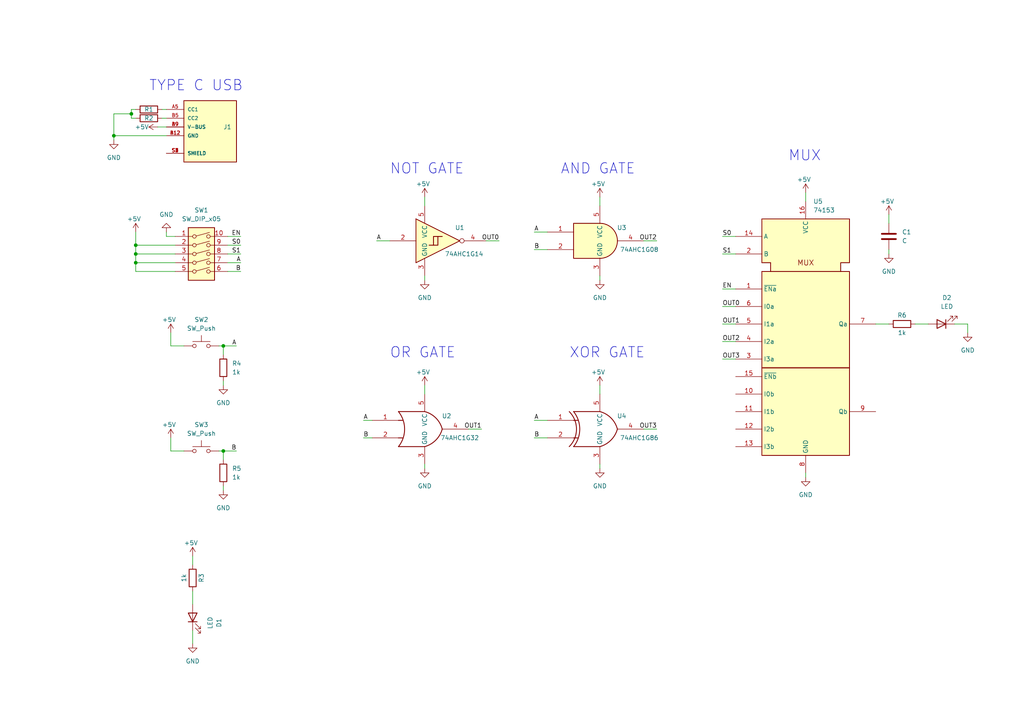
<source format=kicad_sch>
(kicad_sch (version 20230121) (generator eeschema)
  (paper "A4")
  (title_block (title "EE201 SMD Practice Board") (date "2024-01-06") (rev "1.0") (company "University of Washington") (comment 1 "Designer: Pranav S Murali"))
  (lib_symbols
    (symbol "74xGxx:74AHC1G08"
      (property "Reference" "U" (at -2.54 3.81 0))
      (property "Value" "74AHC1G08" (at 0 -3.81 0))
      (symbol "74AHC1G08_0_1"
        (arc (start 0 -5.08) (mid 5.0579 0) (end 0 5.08) (stroke (width 0.254)) (fill (type background)))
        (polyline (pts (xy 0 -5.08) (xy -7.62 -5.08) (xy -7.62 5.08) (xy 0 5.08)) (stroke (width 0.254)) (fill (type background)))
      )
      (symbol "74AHC1G08_1_1"
        (pin input line (at -15.24 2.54 0) (length 7.62) (name "~") (number "1"))
        (pin input line (at -15.24 -2.54 0) (length 7.62) (name "~") (number "2"))
        (pin power_in line (at 0 -10.16 90) (length 5.08) (name "GND") (number "3"))
        (pin output line (at 12.7 0 180) (length 7.62) (name "~") (number "4"))
        (pin power_in line (at 0 10.16 270) (length 5.08) (name "VCC") (number "5"))
      )
    )
    (symbol "74xGxx:74AHC1G14"
      (property "Reference" "U" (at -2.54 3.81 0))
      (property "Value" "74AHC1G14" (at 0 -3.81 0))
      (symbol "74AHC1G14_0_1"
        (polyline (pts (xy -2.54 -1.27) (xy -1.27 -1.27) (xy -1.27 1.27)) (stroke (width 0.254)) (fill (type background)))
        (polyline (pts (xy -7.62 6.35) (xy -7.62 -6.35) (xy 5.08 0) (xy -7.62 6.35)) (stroke (width 0.254)) (fill (type background)))
        (polyline (pts (xy -3.81 -1.27) (xy -2.54 -1.27) (xy -2.54 1.27) (xy 0 1.27)) (stroke (width 0.254)) (fill (type background)))
      )
      (symbol "74AHC1G14_1_1"
        (pin input line (at -15.24 0 0) (length 7.62) (name "~") (number "2"))
        (pin power_in line (at -5.08 -10.16 90) (length 5.08) (name "GND") (number "3"))
        (pin output inverted (at 12.7 0 180) (length 7.62) (name "~") (number "4"))
        (pin power_in line (at -5.08 10.16 270) (length 5.08) (name "VCC") (number "5"))
      )
    )
    (symbol "74xGxx:74AHC1G32"
      (property "Reference" "U" (at -2.54 3.81 0))
      (property "Value" "74AHC1G32" (at 0 -3.81 0))
      (symbol "74AHC1G32_0_1"
        (arc (start -7.62 -5.08) (mid -5.838 0) (end -7.62 5.08) (stroke (width 0.254)))
        (arc (start 0 -5.08) (mid 3.1986 -3.2054) (end 5.08 0) (stroke (width 0.254)))
        (polyline (pts (xy -7.62 -2.54) (xy -6.35 -2.54)) (stroke (width 0.254)) (fill (type background)))
        (polyline (pts (xy -7.62 2.54) (xy -6.35 2.54)) (stroke (width 0.254)) (fill (type background)))
        (polyline (pts (xy 0 -5.08) (xy -7.62 -5.08)) (stroke (width 0.254)) (fill (type background)))
        (polyline (pts (xy 0 5.08) (xy -7.62 5.08)) (stroke (width 0.254)) (fill (type background)))
        (arc (start 5.08 0) (mid 3.2238 3.2304) (end 0 5.08) (stroke (width 0.254)))
      )
      (symbol "74AHC1G32_1_1"
        (pin input line (at -15.24 2.54 0) (length 7.62) (name "~") (number "1"))
        (pin input line (at -15.24 -2.54 0) (length 7.62) (name "~") (number "2"))
        (pin power_in line (at 0 -10.16 90) (length 5.08) (name "GND") (number "3"))
        (pin output line (at 12.7 0 180) (length 7.62) (name "~") (number "4"))
        (pin power_in line (at 0 10.16 270) (length 5.08) (name "VCC") (number "5"))
      )
    )
    (symbol "74xGxx:74AHC1G86"
      (property "Reference" "U" (at -2.54 3.81 0))
      (property "Value" "74AHC1G86" (at 0 -3.81 0))
      (symbol "74AHC1G86_0_1"
        (arc (start -8.89 -5.08) (mid -6.7858 0) (end -8.89 5.08) (stroke (width 0.254)))
        (arc (start -7.62 -5.08) (mid -5.838 0) (end -7.62 5.08) (stroke (width 0.254)))
        (arc (start 0 -5.08) (mid 3.1986 -3.2054) (end 5.08 0) (stroke (width 0.254)))
        (polyline (pts (xy -7.62 -2.54) (xy -6.35 -2.54)) (stroke (width 0.254)) (fill (type background)))
        (polyline (pts (xy -7.62 2.54) (xy -6.35 2.54)) (stroke (width 0.254)) (fill (type background)))
        (polyline (pts (xy 0 -5.08) (xy -7.62 -5.08)) (stroke (width 0.254)) (fill (type background)))
        (polyline (pts (xy 0 5.08) (xy -7.62 5.08)) (stroke (width 0.254)) (fill (type background)))
        (arc (start 5.08 0) (mid 3.2238 3.2304) (end 0 5.08) (stroke (width 0.254)))
      )
      (symbol "74AHC1G86_1_1"
        (pin input line (at -15.24 2.54 0) (length 7.62) (name "~") (number "1"))
        (pin input line (at -15.24 -2.54 0) (length 7.62) (name "~") (number "2"))
        (pin power_in line (at 0 -10.16 90) (length 5.08) (name "GND") (number "3"))
        (pin output line (at 12.7 0 180) (length 7.62) (name "~") (number "4"))
        (pin power_in line (at 0 10.16 270) (length 5.08) (name "VCC") (number "5"))
      )
    )
    (symbol "74xx_IEEE:74153"
      (property "Reference" "U" (at 15.24 40.64 0))
      (property "Value" "74153" (at 7.62 -33.02 0))
      (symbol "74153_0_0"
        (rectangle (start -12.7 -5.08) (end 12.7 -30.48) (stroke (width 0.254)) (fill (type background)))
        (rectangle (start -12.7 22.86) (end 12.7 -5.08) (stroke (width 0.254)) (fill (type background)))
        (polyline (pts (xy -10.16 22.86) (xy -10.16 25.4) (xy -12.7 25.4) (xy -12.7 38.1) (xy 12.7 38.1) (xy 12.7 25.4) (xy 10.16 25.4) (xy 10.16 22.86) (xy 10.16 22.86)) (stroke (width 0.254)) (fill (type background)))
        (text "MUX" (at 0 25.4 0) (effects (font (size 1.524 1.524))))
        (pin power_in line (at 0 43.18 270) (length 5.08) (name "VCC") (number "16"))
        (pin power_in line (at 0 -35.56 90) (length 5.08) (name "GND") (number "8"))
      )
      (symbol "74153_1_1"
        (pin input line (at -20.32 17.78 0) (length 7.62) (name "~{ENa}") (number "1"))
        (pin input line (at -20.32 -12.7 0) (length 7.62) (name "I0b") (number "10"))
        (pin input line (at -20.32 -17.78 0) (length 7.62) (name "I1b") (number "11"))
        (pin input line (at -20.32 -22.86 0) (length 7.62) (name "I2b") (number "12"))
        (pin input line (at -20.32 -27.94 0) (length 7.62) (name "I3b") (number "13"))
        (pin input line (at -20.32 33.02 0) (length 7.62) (name "A") (number "14"))
        (pin input line (at -20.32 -7.62 0) (length 7.62) (name "~{ENb}") (number "15"))
        (pin input line (at -20.32 27.94 0) (length 7.62) (name "B") (number "2"))
        (pin input line (at -20.32 -2.54 0) (length 7.62) (name "I3a") (number "3"))
        (pin input line (at -20.32 2.54 0) (length 7.62) (name "I2a") (number "4"))
        (pin input line (at -20.32 7.62 0) (length 7.62) (name "I1a") (number "5"))
        (pin input line (at -20.32 12.7 0) (length 7.62) (name "I0a") (number "6"))
        (pin output line (at 20.32 7.62 180) (length 7.62) (name "Qa") (number "7"))
        (pin output line (at 20.32 -17.78 180) (length 7.62) (name "Qb") (number "9"))
      )
    )
    (symbol "Device:C" (pin_numbers hide) (pin_names (offset 0.254))
      (property "Reference" "C" (at 0.635 2.54 0))
      (property "Value" "C" (at 0.635 -2.54 0))
      (symbol "C_0_1"
        (polyline (pts (xy -2.032 -0.762) (xy 2.032 -0.762)) (stroke (width 0.508)))
        (polyline (pts (xy -2.032 0.762) (xy 2.032 0.762)) (stroke (width 0.508)))
      )
      (symbol "C_1_1"
        (pin passive line (at 0 3.81 270) (length 2.794) (name "~") (number "1"))
        (pin passive line (at 0 -3.81 90) (length 2.794) (name "~") (number "2"))
      )
    )
    (symbol "Device:LED" (pin_numbers hide) (pin_names (offset 1.016) hide)
      (property "Reference" "D" (at 0 2.54 0))
      (property "Value" "LED" (at 0 -2.54 0))
      (symbol "LED_0_1"
        (polyline (pts (xy -1.27 -1.27) (xy -1.27 1.27)) (stroke (width 0.254)))
        (polyline (pts (xy -1.27 0) (xy 1.27 0)))
        (polyline (pts (xy 1.27 -1.27) (xy 1.27 1.27) (xy -1.27 0) (xy 1.27 -1.27)) (stroke (width 0.254)))
        (polyline (pts (xy -3.048 -0.762) (xy -4.572 -2.286) (xy -3.81 -2.286) (xy -4.572 -2.286) (xy -4.572 -1.524)))
        (polyline (pts (xy -1.778 -0.762) (xy -3.302 -2.286) (xy -2.54 -2.286) (xy -3.302 -2.286) (xy -3.302 -1.524)))
      )
      (symbol "LED_1_1"
        (pin passive line (at -3.81 0 0) (length 2.54) (name "K") (number "1"))
        (pin passive line (at 3.81 0 180) (length 2.54) (name "A") (number "2"))
      )
    )
    (symbol "Device:R" (pin_numbers hide) (pin_names (offset 0))
      (property "Reference" "R" (at 2.032 0 90))
      (property "Value" "R" (at 0 0 90))
      (symbol "R_0_1"
        (rectangle (start -1.016 -2.54) (end 1.016 2.54) (stroke (width 0.254)))
      )
      (symbol "R_1_1"
        (pin passive line (at 0 3.81 270) (length 1.27) (name "~") (number "1"))
        (pin passive line (at 0 -3.81 90) (length 1.27) (name "~") (number "2"))
      )
    )
    (symbol "Switch:SW_DIP_x05" (pin_names (offset 0) hide)
      (property "Reference" "SW" (at 0 8.89 0))
      (property "Value" "SW_DIP_x05" (at 0 -8.89 0))
      (symbol "SW_DIP_x05_0_0"
        (circle (center -2.032 -5.08) (radius 0.508))
        (circle (center -2.032 -2.54) (radius 0.508))
        (circle (center -2.032 0) (radius 0.508))
        (circle (center -2.032 2.54) (radius 0.508))
        (circle (center -2.032 5.08) (radius 0.508))
        (polyline (pts (xy -1.524 -4.9276) (xy 2.3622 -3.8862)))
        (polyline (pts (xy -1.524 -2.3876) (xy 2.3622 -1.3462)))
        (polyline (pts (xy -1.524 0.127) (xy 2.3622 1.1684)))
        (polyline (pts (xy -1.524 2.667) (xy 2.3622 3.7084)))
        (polyline (pts (xy -1.524 5.207) (xy 2.3622 6.2484)))
        (circle (center 2.032 -5.08) (radius 0.508))
        (circle (center 2.032 -2.54) (radius 0.508))
        (circle (center 2.032 0) (radius 0.508))
        (circle (center 2.032 2.54) (radius 0.508))
        (circle (center 2.032 5.08) (radius 0.508))
      )
      (symbol "SW_DIP_x05_0_1"
        (rectangle (start -3.81 7.62) (end 3.81 -7.62) (stroke (width 0.254)) (fill (type background)))
      )
      (symbol "SW_DIP_x05_1_1"
        (pin passive line (at -7.62 5.08 0) (length 5.08) (name "~") (number "1"))
        (pin passive line (at 7.62 5.08 180) (length 5.08) (name "~") (number "10"))
        (pin passive line (at -7.62 2.54 0) (length 5.08) (name "~") (number "2"))
        (pin passive line (at -7.62 0 0) (length 5.08) (name "~") (number "3"))
        (pin passive line (at -7.62 -2.54 0) (length 5.08) (name "~") (number "4"))
        (pin passive line (at -7.62 -5.08 0) (length 5.08) (name "~") (number "5"))
        (pin passive line (at 7.62 -5.08 180) (length 5.08) (name "~") (number "6"))
        (pin passive line (at 7.62 -2.54 180) (length 5.08) (name "~") (number "7"))
        (pin passive line (at 7.62 0 180) (length 5.08) (name "~") (number "8"))
        (pin passive line (at 7.62 2.54 180) (length 5.08) (name "~") (number "9"))
      )
    )
    (symbol "Switch:SW_Push" (pin_numbers hide) (pin_names (offset 1.016) hide)
      (property "Reference" "SW" (at 1.27 2.54 0))
      (property "Value" "SW_Push" (at 0 -1.524 0))
      (symbol "SW_Push_0_1"
        (circle (center -2.032 0) (radius 0.508))
        (polyline (pts (xy 0 1.27) (xy 0 3.048)))
        (polyline (pts (xy 2.54 1.27) (xy -2.54 1.27)))
        (circle (center 2.032 0) (radius 0.508))
        (pin passive line (at -5.08 0 0) (length 2.54) (name "1") (number "1"))
        (pin passive line (at 5.08 0 180) (length 2.54) (name "2") (number "2"))
      )
    )
    (symbol "UJC-HP-3-SMT-TR:UJC-HP-3-SMT-TR" (pin_names (offset 1.016))
      (property "Reference" "J" (at -7.62 8.89 0))
      (property "Value" "UJC-HP-3-SMT-TR" (at -7.62 -11.43 0))
      (symbol "UJC-HP-3-SMT-TR_0_0"
        (rectangle (start -7.62 -10.16) (end 7.62 7.62) (stroke (width 0.254)) (fill (type background)))
        (pin power_in line (at -12.7 -2.54 0) (length 5.08) (name "GND") (number "A12"))
        (pin bidirectional line (at -12.7 5.08 0) (length 5.08) (name "CC1") (number "A5"))
        (pin power_in line (at -12.7 0 0) (length 5.08) (name "V-BUS") (number "A9"))
        (pin power_in line (at -12.7 -2.54 0) (length 5.08) (name "GND") (number "B12"))
        (pin bidirectional line (at -12.7 2.54 0) (length 5.08) (name "CC2") (number "B5"))
        (pin power_in line (at -12.7 0 0) (length 5.08) (name "V-BUS") (number "B9"))
        (pin passive line (at -12.7 -7.62 0) (length 5.08) (name "SHIELD") (number "S1"))
        (pin passive line (at -12.7 -7.62 0) (length 5.08) (name "SHIELD") (number "S2"))
        (pin passive line (at -12.7 -7.62 0) (length 5.08) (name "SHIELD") (number "S3"))
        (pin passive line (at -12.7 -7.62 0) (length 5.08) (name "SHIELD") (number "S4"))
      )
    )
    (symbol "power:+5V" (power) (pin_names (offset 0))
      (property "Value" "+5V" (at 0 3.556 0))
      (symbol "+5V_0_1"
        (polyline (pts (xy -0.762 1.27) (xy 0 2.54)))
        (polyline (pts (xy 0 0) (xy 0 2.54)))
        (polyline (pts (xy 0 2.54) (xy 0.762 1.27)))
      )
      (symbol "+5V_1_1"
        (pin power_in line (at 0 0 90) (length 0) hide (name "+5V") (number "1"))
      )
    )
    (symbol "power:GND" (power) (pin_names (offset 0))
      (property "Value" "GND" (at 0 -3.81 0))
      (symbol "GND_0_1"
        (polyline (pts (xy 0 0) (xy 0 -1.27) (xy 1.27 -1.27) (xy 0 -2.54) (xy -1.27 -1.27) (xy 0 -1.27)))
      )
      (symbol "GND_1_1"
        (pin power_in line (at 0 0 270) (length 0) hide (name "GND") (number "1"))
      )
    )
  )
  (junction (at 39.37 73.66))
  (junction (at 39.37 76.2))
  (junction (at 64.77 100.33))
  (junction (at 33.02 39.37))
  (junction (at 64.77 130.81))
  (junction (at 38.1 33.02))
  (junction (at 39.37 71.12))
  (wire (pts (xy 280.67 93.98) (xy 276.86 93.98)))
  (wire (pts (xy 48.26 67.31) (xy 48.26 68.58)))
  (wire (pts (xy 139.7 124.46) (xy 135.89 124.46)))
  (wire (pts (xy 233.68 137.16) (xy 233.68 138.43)))
  (wire (pts (xy 63.5 100.33) (xy 64.77 100.33)))
  (wire (pts (xy 209.55 93.98) (xy 213.36 93.98)))
  (wire (pts (xy 64.77 100.33) (xy 64.77 102.87)))
  (wire (pts (xy 39.37 71.12) (xy 39.37 73.66)))
  (wire (pts (xy 33.02 39.37) (xy 48.26 39.37)))
  (wire (pts (xy 39.37 76.2) (xy 50.8 76.2)))
  (wire (pts (xy 64.77 110.49) (xy 64.77 111.76)))
  (wire (pts (xy 173.99 57.15) (xy 173.99 59.69)))
  (wire (pts (xy 123.19 57.15) (xy 123.19 59.69)))
  (wire (pts (xy 154.94 127) (xy 158.75 127)))
  (wire (pts (xy 55.88 171.45) (xy 55.88 175.26)))
  (wire (pts (xy 63.5 130.81) (xy 64.77 130.81)))
  (wire (pts (xy 154.94 67.31) (xy 158.75 67.31)))
  (wire (pts (xy 105.41 127) (xy 107.95 127)))
  (wire (pts (xy 123.19 111.76) (xy 123.19 114.3)))
  (wire (pts (xy 68.58 100.33) (xy 64.77 100.33)))
  (wire (pts (xy 33.02 39.37) (xy 33.02 40.64)))
  (wire (pts (xy 39.37 71.12) (xy 50.8 71.12)))
  (wire (pts (xy 209.55 83.82) (xy 213.36 83.82)))
  (wire (pts (xy 39.37 67.31) (xy 39.37 71.12)))
  (wire (pts (xy 39.37 34.29) (xy 38.1 34.29)))
  (wire (pts (xy 209.55 73.66) (xy 213.36 73.66)))
  (wire (pts (xy 49.53 100.33) (xy 53.34 100.33)))
  (wire (pts (xy 55.88 186.69) (xy 55.88 182.88)))
  (wire (pts (xy 209.55 99.06) (xy 213.36 99.06)))
  (wire (pts (xy 49.53 130.81) (xy 53.34 130.81)))
  (wire (pts (xy 69.85 71.12) (xy 66.04 71.12)))
  (wire (pts (xy 64.77 130.81) (xy 64.77 133.35)))
  (wire (pts (xy 144.78 69.85) (xy 140.97 69.85)))
  (wire (pts (xy 69.85 76.2) (xy 66.04 76.2)))
  (wire (pts (xy 49.53 96.52) (xy 49.53 100.33)))
  (wire (pts (xy 39.37 73.66) (xy 50.8 73.66)))
  (wire (pts (xy 46.99 31.75) (xy 48.26 31.75)))
  (wire (pts (xy 190.5 124.46) (xy 186.69 124.46)))
  (wire (pts (xy 45.72 36.83) (xy 48.26 36.83)))
  (wire (pts (xy 109.22 69.85) (xy 113.03 69.85)))
  (wire (pts (xy 190.5 69.85) (xy 186.69 69.85)))
  (wire (pts (xy 154.94 121.92) (xy 158.75 121.92)))
  (wire (pts (xy 69.85 78.74) (xy 66.04 78.74)))
  (wire (pts (xy 69.85 73.66) (xy 66.04 73.66)))
  (wire (pts (xy 209.55 68.58) (xy 213.36 68.58)))
  (wire (pts (xy 55.88 161.29) (xy 55.88 163.83)))
  (wire (pts (xy 38.1 33.02) (xy 38.1 31.75)))
  (wire (pts (xy 257.81 62.23) (xy 257.81 64.77)))
  (wire (pts (xy 38.1 33.02) (xy 33.02 33.02)))
  (wire (pts (xy 38.1 33.02) (xy 38.1 34.29)))
  (wire (pts (xy 123.19 80.01) (xy 123.19 81.28)))
  (wire (pts (xy 39.37 78.74) (xy 50.8 78.74)))
  (wire (pts (xy 49.53 127) (xy 49.53 130.81)))
  (wire (pts (xy 280.67 93.98) (xy 280.67 96.52)))
  (wire (pts (xy 209.55 104.14) (xy 213.36 104.14)))
  (wire (pts (xy 68.58 130.81) (xy 64.77 130.81)))
  (wire (pts (xy 48.26 68.58) (xy 50.8 68.58)))
  (wire (pts (xy 123.19 134.62) (xy 123.19 135.89)))
  (wire (pts (xy 257.81 72.39) (xy 257.81 73.66)))
  (wire (pts (xy 265.43 93.98) (xy 269.24 93.98)))
  (wire (pts (xy 69.85 68.58) (xy 66.04 68.58)))
  (wire (pts (xy 173.99 80.01) (xy 173.99 81.28)))
  (wire (pts (xy 39.37 73.66) (xy 39.37 76.2)))
  (wire (pts (xy 209.55 88.9) (xy 213.36 88.9)))
  (wire (pts (xy 254 93.98) (xy 257.81 93.98)))
  (wire (pts (xy 33.02 33.02) (xy 33.02 39.37)))
  (wire (pts (xy 46.99 34.29) (xy 48.26 34.29)))
  (wire (pts (xy 39.37 76.2) (xy 39.37 78.74)))
  (wire (pts (xy 173.99 134.62) (xy 173.99 135.89)))
  (wire (pts (xy 39.37 31.75) (xy 38.1 31.75)))
  (wire (pts (xy 233.68 55.88) (xy 233.68 58.42)))
  (wire (pts (xy 64.77 140.97) (xy 64.77 142.24)))
  (wire (pts (xy 105.41 121.92) (xy 107.95 121.92)))
  (wire (pts (xy 173.99 111.76) (xy 173.99 114.3)))
  (wire (pts (xy 154.94 72.39) (xy 158.75 72.39)))
  (text "NOT GATE" (at 113.03 50.8 0) (effects (font (size 3 3)) (justify left bottom)))
  (text "OR GATE" (at 113.03 104.14 0) (effects (font (size 3 3)) (justify left bottom)))
  (text "MUX" (at 228.6 46.99 0) (effects (font (size 3 3)) (justify left bottom)))
  (text "XOR GATE" (at 165.1 104.14 0) (effects (font (size 3 3)) (justify left bottom)))
  (text "TYPE C USB" (at 43.18 26.67 0) (effects (font (size 3 3)) (justify left bottom)))
  (text "AND GATE" (at 162.56 50.8 0) (effects (font (size 3 3)) (justify left bottom)))
  (label "B" (at 154.94 127 0))
  (label "A" (at 109.22 69.85 0))
  (label "OUT2" (at 190.5 69.85 180))
  (label "OUT1" (at 139.7 124.46 180))
  (label "B" (at 69.85 78.74 180))
  (label "A" (at 154.94 121.92 0))
  (label "A" (at 105.41 121.92 0))
  (label "S1" (at 209.55 73.66 0))
  (label "OUT3" (at 190.5 124.46 180))
  (label "S1" (at 69.85 73.66 180))
  (label "A" (at 68.58 100.33 180))
  (label "S0" (at 209.55 68.58 0))
  (label "S0" (at 69.85 71.12 180))
  (label "OUT1" (at 209.55 93.98 0))
  (label "A" (at 154.94 67.31 0))
  (label "OUT0" (at 209.55 88.9 0))
  (label "A" (at 69.85 76.2 180))
  (label "OUT2" (at 209.55 99.06 0))
  (label "B" (at 154.94 72.39 0))
  (label "EN" (at 209.55 83.82 0))
  (label "EN" (at 69.85 68.58 180))
  (label "OUT0" (at 144.78 69.85 180))
  (label "OUT3" (at 209.55 104.14 0))
  (label "B" (at 68.58 130.81 180))
  (label "B" (at 105.41 127 0))
  (symbol (lib_id "74xGxx:74AHC1G32") (at 123.19 124.46 0) (unit 1)
    (property "Reference" "U2" (at 129.54 120.65 0))
    (property "Value" "74AHC1G32" (at 133.35 127 0))
    (property "Footprint" "Package_TO_SOT_SMD:SOT-23-5_HandSoldering" (effects hide))
    (property "Datasheet" "http://www.ti.com/lit/sg/scyt129e/scyt129e.pdf" (effects hide))
  )
  (symbol (lib_id "power:GND") (at 173.99 81.28 0) (unit 1)
    (property "Reference" "#PWR016" (effects hide))
    (property "Value" "GND" (at 173.99 86.36 0))
  )
  (symbol (lib_id "power:+5V") (at 39.37 67.31 0) (unit 1)
    (property "Reference" "#PWR02" (effects hide))
    (property "Value" "+5V" (at 36.83 63.5 0) (effects (justify left)))
  )
  (symbol (lib_id "power:+5V") (at 49.53 127 0) (unit 1)
    (property "Reference" "#PWR06" (effects hide))
    (property "Value" "+5V" (at 46.99 123.19 0) (effects (justify left)))
  )
  (symbol (lib_id "power:+5V") (at 173.99 111.76 0) (unit 1)
    (property "Reference" "#PWR017" (effects hide))
    (property "Value" "+5V" (at 171.45 107.95 0) (effects (justify left)))
  )
  (symbol (lib_id "Device:R") (at 43.18 31.75 90) (unit 1)
    (property "Reference" "R1" (at 43.18 31.75 90))
    (property "Value" "R" (effects hide))
    (property "Footprint" "Resistor_SMD:R_0805_2012Metric" (effects hide))
  )
  (symbol (lib_id "Device:R") (at 55.88 167.64 180) (unit 1)
    (property "Reference" "R3" (at 58.42 167.64 90))
    (property "Value" "1k" (at 53.34 167.64 90))
    (property "Footprint" "Resistor_SMD:R_1206_3216Metric_Pad1.30x1.75mm_HandSolder" (effects hide))
  )
  (symbol (lib_id "power:+5V") (at 45.72 36.83 90) (unit 1)
    (property "Reference" "#PWR03" (effects hide))
    (property "Value" "+5V" (at 43.18 36.83 90) (effects (justify left)))
  )
  (symbol (lib_id "power:+5V") (at 173.99 57.15 0) (unit 1)
    (property "Reference" "#PWR015" (effects hide))
    (property "Value" "+5V" (at 171.45 53.34 0) (effects (justify left)))
  )
  (symbol (lib_id "power:GND") (at 257.81 73.66 0) (unit 1)
    (property "Reference" "#PWR022" (effects hide))
    (property "Value" "GND" (at 257.81 78.74 0))
  )
  (symbol (lib_id "Switch:SW_Push") (at 58.42 100.33 0) (unit 1)
    (property "Reference" "SW2" (at 58.42 92.71 0))
    (property "Value" "SW_Push" (at 58.42 95.25 0))
    (property "Footprint" "Button_Switch_SMD:SW_Push_1P1T_NO_6x6mm_H9.5mm" (effects hide))
  )
  (symbol (lib_id "Device:R") (at 64.77 137.16 0) (unit 1)
    (property "Reference" "R5" (at 67.31 135.89 0) (effects (justify left)))
    (property "Value" "1k" (at 67.31 138.43 0) (effects (justify left)))
    (property "Footprint" "Resistor_SMD:R_1206_3216Metric_Pad1.30x1.75mm_HandSolder" (effects hide))
  )
  (symbol (lib_id "UJC-HP-3-SMT-TR:UJC-HP-3-SMT-TR") (at 60.96 36.83 0) (unit 1)
    (property "Reference" "J1" (at 64.77 36.83 0) (effects (justify left)))
    (property "Value" "UJC-HP-3-SMT-TR" (effects hide))
    (property "Footprint" "UJC-HP-3-SMT-TR:CUI_UJC-HP-3-SMT-TR" (effects hide))
    (property "MF" "CUI Devices" (effects hide))
    (property "MAXIMUM_PACKAGE_HEIGHT" "3.16mm" (effects hide))
    (property "Package" "Package" (effects hide))
    (property "Price" "None" (effects hide))
    (property "Check_prices" "https://www.snapeda.com/parts/UJC-HP-3-SMT-TR/CUI+Devices/view-part/?ref=eda" (effects hide))
    (property "STANDARD" "Manufacturer recommendations" (effects hide))
    (property "PARTREV" "04/30/2020" (effects hide))
    (property "SnapEDA_Link" "https://www.snapeda.com/parts/UJC-HP-3-SMT-TR/CUI+Devices/view-part/?ref=snap" (effects hide))
    (property "MP" "UJC-HP-3-SMT-TR" (effects hide))
    (property "Purchase-URL" "https://www.snapeda.com/api/url_track_click_mouser/?unipart_id=4722774&manufacturer=CUI Devices&part_name=UJC-HP-3-SMT-TR&search_term=None" (effects hide))
    (property "Description" "\nType C, 20 Vdc, 3 A, Right Angle, Surface Mount, Black Insulator, Power-Only USB Receptacle\n" (effects hide))
    (property "CUI_purchase_URL" "https://www.cuidevices.com/product/interconnect/connectors/usb-connectors/ujc-hp-3-smt-tr?utm_source=snapeda.com&utm_medium=referral&utm_campaign=snapedaBOM" (effects hide))
    (property "Availability" "In Stock" (effects hide))
    (property "MANUFACTURER" "CUI Devices" (effects hide))
  )
  (symbol (lib_id "Device:R") (at 261.62 93.98 270) (unit 1)
    (property "Reference" "R6" (at 261.62 91.44 90))
    (property "Value" "1k" (at 261.62 96.52 90))
    (property "Footprint" "Resistor_SMD:R_1206_3216Metric_Pad1.30x1.75mm_HandSolder" (effects hide))
  )
  (symbol (lib_id "Device:LED") (at 273.05 93.98 180) (unit 1)
    (property "Reference" "D2" (at 274.6375 86.36 0))
    (property "Value" "LED" (at 274.6375 88.9 0))
    (property "Footprint" "LED_SMD:LED_1206_3216Metric_Pad1.42x1.75mm_HandSolder" (effects hide))
  )
  (symbol (lib_id "74xGxx:74AHC1G86") (at 173.99 124.46 0) (unit 1)
    (property "Reference" "U4" (at 180.34 120.65 0))
    (property "Value" "74AHC1G86" (at 185.42 127 0))
    (property "Footprint" "Package_TO_SOT_SMD:SOT-23-5_HandSoldering" (effects hide))
    (property "Datasheet" "http://www.ti.com/lit/sg/scyt129e/scyt129e.pdf" (effects hide))
  )
  (symbol (lib_id "power:GND") (at 48.26 67.31 180) (unit 1)
    (property "Reference" "#PWR04" (effects hide))
    (property "Value" "GND" (at 48.26 62.23 0))
  )
  (symbol (lib_id "power:GND") (at 64.77 111.76 0) (unit 1)
    (property "Reference" "#PWR09" (effects hide))
    (property "Value" "GND" (at 64.77 116.84 0))
  )
  (symbol (lib_id "power:+5V") (at 123.19 111.76 0) (unit 1)
    (property "Reference" "#PWR013" (effects hide))
    (property "Value" "+5V" (at 120.65 107.95 0) (effects (justify left)))
  )
  (symbol (lib_id "Switch:SW_DIP_x05") (at 58.42 73.66 0) (unit 1)
    (property "Reference" "SW1" (at 58.42 60.96 0))
    (property "Value" "SW_DIP_x05" (at 58.42 63.5 0))
    (property "Footprint" "CTS-219-5MST:CTS-219-5MST-0" (effects hide))
  )
  (symbol (lib_id "Switch:SW_Push") (at 58.42 130.81 0) (unit 1)
    (property "Reference" "SW3" (at 58.42 123.19 0))
    (property "Value" "SW_Push" (at 58.42 125.73 0))
    (property "Footprint" "Button_Switch_SMD:SW_Push_1P1T_NO_6x6mm_H9.5mm" (effects hide))
  )
  (symbol (lib_id "power:GND") (at 33.02 40.64 0) (unit 1)
    (property "Reference" "#PWR01" (effects hide))
    (property "Value" "GND" (at 33.02 45.72 0))
  )
  (symbol (lib_id "power:+5V") (at 49.53 96.52 0) (unit 1)
    (property "Reference" "#PWR05" (effects hide))
    (property "Value" "+5V" (at 46.99 92.71 0) (effects (justify left)))
  )
  (symbol (lib_id "power:+5V") (at 257.81 62.23 0) (unit 1)
    (property "Reference" "#PWR021" (effects hide))
    (property "Value" "+5V" (at 255.27 58.42 0) (effects (justify left)))
  )
  (symbol (lib_id "74xGxx:74AHC1G08") (at 173.99 69.85 0) (unit 1)
    (property "Reference" "U3" (at 180.34 66.04 0))
    (property "Value" "74AHC1G08" (at 185.42 72.39 0))
    (property "Footprint" "Package_TO_SOT_SMD:SOT-23-5_HandSoldering" (effects hide))
    (property "Datasheet" "http://www.ti.com/lit/sg/scyt129e/scyt129e.pdf" (effects hide))
  )
  (symbol (lib_id "power:GND") (at 123.19 135.89 0) (unit 1)
    (property "Reference" "#PWR014" (effects hide))
    (property "Value" "GND" (at 123.19 140.97 0))
  )
  (symbol (lib_id "power:GND") (at 123.19 81.28 0) (unit 1)
    (property "Reference" "#PWR012" (effects hide))
    (property "Value" "GND" (at 123.19 86.36 0))
  )
  (symbol (lib_id "power:+5V") (at 55.88 161.29 0) (unit 1)
    (property "Reference" "#PWR07" (effects hide))
    (property "Value" "+5V" (at 53.34 157.48 0) (effects (justify left)))
  )
  (symbol (lib_id "power:GND") (at 173.99 135.89 0) (unit 1)
    (property "Reference" "#PWR018" (effects hide))
    (property "Value" "GND" (at 173.99 140.97 0))
  )
  (symbol (lib_id "power:+5V") (at 233.68 55.88 0) (unit 1)
    (property "Reference" "#PWR019" (effects hide))
    (property "Value" "+5V" (at 231.14 52.07 0) (effects (justify left)))
  )
  (symbol (lib_id "power:GND") (at 233.68 138.43 0) (unit 1)
    (property "Reference" "#PWR020" (effects hide))
    (property "Value" "GND" (at 233.68 143.51 0))
  )
  (symbol (lib_id "Device:C") (at 257.81 68.58 0) (unit 1)
    (property "Reference" "C1" (at 261.62 67.31 0) (effects (justify left)))
    (property "Value" "C" (at 261.62 69.85 0) (effects (justify left)))
    (property "Footprint" "Capacitor_SMD:C_0603_1608Metric_Pad1.08x0.95mm_HandSolder" (effects hide))
  )
  (symbol (lib_id "74xx_IEEE:74153") (at 233.68 101.6 0) (unit 1)
    (property "Reference" "U5" (at 235.8741 58.42 0) (effects (justify left)))
    (property "Value" "74153" (at 235.8741 60.96 0) (effects (justify left)))
    (property "Footprint" "Package_SO:SOIC-16_3.9x9.9mm_P1.27mm" (effects hide))
  )
  (symbol (lib_id "power:GND") (at 280.67 96.52 0) (unit 1)
    (property "Reference" "#PWR023" (effects hide))
    (property "Value" "GND" (at 280.67 101.6 0))
  )
  (symbol (lib_id "74xGxx:74AHC1G14") (at 128.27 69.85 0) (unit 1)
    (property "Reference" "U1" (at 133.35 66.04 0))
    (property "Value" "74AHC1G14" (at 134.62 73.66 0))
    (property "Footprint" "Package_TO_SOT_SMD:SOT-23-5_HandSoldering" (effects hide))
    (property "Datasheet" "https://www.ti.com/lit/ds/symlink/sn74lvc1g14.pdf" (effects hide))
  )
  (symbol (lib_id "Device:R") (at 43.18 34.29 90) (unit 1)
    (property "Reference" "R2" (at 43.18 34.29 90))
    (property "Value" "R" (effects hide))
    (property "Footprint" "Resistor_SMD:R_0805_2012Metric" (effects hide))
  )
  (symbol (lib_id "power:GND") (at 64.77 142.24 0) (unit 1)
    (property "Reference" "#PWR010" (effects hide))
    (property "Value" "GND" (at 64.77 147.32 0))
  )
  (symbol (lib_id "power:GND") (at 55.88 186.69 0) (unit 1)
    (property "Reference" "#PWR08" (effects hide))
    (property "Value" "GND" (at 55.88 191.77 0))
  )
  (symbol (lib_id "Device:R") (at 64.77 106.68 0) (unit 1)
    (property "Reference" "R4" (at 67.31 105.41 0) (effects (justify left)))
    (property "Value" "1k" (at 67.31 107.95 0) (effects (justify left)))
    (property "Footprint" "Resistor_SMD:R_1206_3216Metric_Pad1.30x1.75mm_HandSolder" (effects hide))
  )
  (symbol (lib_id "power:+5V") (at 123.19 57.15 0) (unit 1)
    (property "Reference" "#PWR011" (effects hide))
    (property "Value" "+5V" (at 120.65 53.34 0) (effects (justify left)))
  )
  (symbol (lib_id "Device:LED") (at 55.88 179.07 90) (unit 1)
    (property "Reference" "D1" (at 63.5 180.6575 0))
    (property "Value" "LED" (at 60.96 180.6575 0))
    (property "Footprint" "LED_SMD:LED_1206_3216Metric_Pad1.42x1.75mm_HandSolder" (effects hide))
  )
)
</source>
